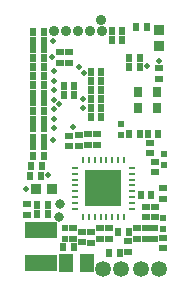
<source format=gbs>
G04 Layer_Color=16711935*
%FSLAX24Y24*%
%MOIN*%
G70*
G01*
G75*
%ADD37C,0.0530*%
%ADD49R,0.0098X0.0236*%
%ADD50R,0.0236X0.0098*%
%ADD55R,0.0256X0.0237*%
%ADD59R,0.0237X0.0256*%
%ADD69C,0.0320*%
%ADD70C,0.0350*%
%ADD71C,0.0020*%
%ADD72C,0.0190*%
G04:AMPARAMS|DCode=73|XSize=35.5mil|YSize=27.6mil|CornerRadius=7.4mil|HoleSize=0mil|Usage=FLASHONLY|Rotation=90.000|XOffset=0mil|YOffset=0mil|HoleType=Round|Shape=RoundedRectangle|*
%AMROUNDEDRECTD73*
21,1,0.0355,0.0128,0,0,90.0*
21,1,0.0207,0.0276,0,0,90.0*
1,1,0.0148,0.0064,0.0103*
1,1,0.0148,0.0064,-0.0103*
1,1,0.0148,-0.0064,-0.0103*
1,1,0.0148,-0.0064,0.0103*
%
%ADD73ROUNDEDRECTD73*%
%ADD74R,0.0276X0.0355*%
%ADD75R,0.0320X0.0320*%
%ADD76R,0.0320X0.0320*%
%ADD77R,0.1091X0.0528*%
%ADD78R,0.0465X0.0599*%
%ADD79R,0.0217X0.0217*%
%ADD80R,0.1240X0.1240*%
D37*
X5770Y760D02*
D03*
X5179D02*
D03*
X4510Y770D02*
D03*
X3919D02*
D03*
D49*
X4610Y4402D02*
D03*
X4413D02*
D03*
X4217D02*
D03*
X4020D02*
D03*
X3823D02*
D03*
X3626D02*
D03*
X3429D02*
D03*
X3232D02*
D03*
Y2512D02*
D03*
X3429D02*
D03*
X3626D02*
D03*
X3823D02*
D03*
X4020D02*
D03*
X4217D02*
D03*
X4413D02*
D03*
X4610D02*
D03*
D50*
X2976Y4146D02*
D03*
Y3949D02*
D03*
Y3752D02*
D03*
Y3555D02*
D03*
Y3358D02*
D03*
Y3161D02*
D03*
Y2965D02*
D03*
Y2768D02*
D03*
X4866D02*
D03*
Y2965D02*
D03*
Y3161D02*
D03*
Y3358D02*
D03*
Y3555D02*
D03*
Y3752D02*
D03*
Y3949D02*
D03*
Y4146D02*
D03*
D55*
X5768Y7098D02*
D03*
Y7453D02*
D03*
X1382Y2575D02*
D03*
Y2929D02*
D03*
X2759Y7652D02*
D03*
Y8006D02*
D03*
X2457Y7645D02*
D03*
Y7999D02*
D03*
X5470Y4623D02*
D03*
Y4977D02*
D03*
X5350Y2493D02*
D03*
Y2847D02*
D03*
X5645Y3993D02*
D03*
Y4347D02*
D03*
X3094Y5224D02*
D03*
Y4870D02*
D03*
X2783Y5217D02*
D03*
Y4862D02*
D03*
X3695Y5262D02*
D03*
Y4908D02*
D03*
X3400Y5257D02*
D03*
Y4903D02*
D03*
X5620Y1772D02*
D03*
Y2127D02*
D03*
X5330Y1773D02*
D03*
Y2127D02*
D03*
X5910Y1453D02*
D03*
Y1807D02*
D03*
X4743Y1340D02*
D03*
Y1695D02*
D03*
X5042Y1768D02*
D03*
Y2123D02*
D03*
X3508Y1650D02*
D03*
Y2004D02*
D03*
X3213Y1654D02*
D03*
Y2008D02*
D03*
X2921Y1780D02*
D03*
Y2134D02*
D03*
X3803Y1776D02*
D03*
Y2130D02*
D03*
X4091Y1772D02*
D03*
Y2126D02*
D03*
X5640Y2493D02*
D03*
Y2847D02*
D03*
X5915Y3462D02*
D03*
Y3108D02*
D03*
D59*
X1583Y6618D02*
D03*
X1937D02*
D03*
X1583Y6913D02*
D03*
X1937D02*
D03*
X1583Y5453D02*
D03*
X1937D02*
D03*
X1580Y8680D02*
D03*
X1934D02*
D03*
X1857Y4200D02*
D03*
X1503D02*
D03*
X1839Y3858D02*
D03*
X1484D02*
D03*
X2059Y2917D02*
D03*
X1705D02*
D03*
X2067Y2610D02*
D03*
X1713D02*
D03*
X2925Y1488D02*
D03*
X2571D02*
D03*
X1580Y4860D02*
D03*
X1934D02*
D03*
X3498Y6142D02*
D03*
X3852D02*
D03*
X3497Y6429D02*
D03*
X3852D02*
D03*
X3500Y6728D02*
D03*
X3854D02*
D03*
X3500Y7331D02*
D03*
X3854D02*
D03*
X2594Y6579D02*
D03*
X2949D02*
D03*
X2594Y6874D02*
D03*
X2949D02*
D03*
X3500Y7031D02*
D03*
X3854D02*
D03*
X1583Y4550D02*
D03*
X1937D02*
D03*
X1583Y5752D02*
D03*
X1937D02*
D03*
X1583Y6331D02*
D03*
X1937D02*
D03*
X1583Y6043D02*
D03*
X1937D02*
D03*
X1583Y7496D02*
D03*
X1937D02*
D03*
X1583Y7799D02*
D03*
X1937D02*
D03*
X1583Y8087D02*
D03*
X1937D02*
D03*
X1583Y8382D02*
D03*
X1937D02*
D03*
X1583Y7201D02*
D03*
X1937D02*
D03*
X1580Y5150D02*
D03*
X1934D02*
D03*
X4197Y8406D02*
D03*
X4551D02*
D03*
X4200Y8694D02*
D03*
X4554D02*
D03*
X3496Y5825D02*
D03*
X3851D02*
D03*
X4772Y7815D02*
D03*
X5126D02*
D03*
X4776Y7516D02*
D03*
X5130D02*
D03*
X5394Y5276D02*
D03*
X5749D02*
D03*
X4773Y5275D02*
D03*
X5127D02*
D03*
X4403Y1994D02*
D03*
X4757D02*
D03*
X4112Y1313D02*
D03*
X4466D02*
D03*
X5357Y8830D02*
D03*
X5003D02*
D03*
X5158Y3225D02*
D03*
X5512D02*
D03*
D69*
X2453Y2514D02*
D03*
X2462Y2928D02*
D03*
D70*
X2283Y8701D02*
D03*
X3858D02*
D03*
X2677D02*
D03*
X3071D02*
D03*
X3465D02*
D03*
X3832Y9083D02*
D03*
D71*
X630Y5173D02*
D03*
X3583Y9504D02*
D03*
X6535Y5173D02*
D03*
D72*
X2230Y5080D02*
D03*
X2217Y7831D02*
D03*
X2240Y8380D02*
D03*
X3249Y6145D02*
D03*
X1326Y3449D02*
D03*
X5769Y7707D02*
D03*
X2274Y5775D02*
D03*
X2272Y5465D02*
D03*
X2274Y6090D02*
D03*
X2085Y3900D02*
D03*
X2274Y7043D02*
D03*
X2920Y5490D02*
D03*
X3244Y6445D02*
D03*
X2272Y7354D02*
D03*
X2274Y6724D02*
D03*
X2274Y6405D02*
D03*
X3255Y7310D02*
D03*
X3105Y7515D02*
D03*
X2435Y6254D02*
D03*
X5378Y7532D02*
D03*
D73*
X5071Y6681D02*
D03*
D74*
X5720D02*
D03*
X5071Y6150D02*
D03*
X5720D02*
D03*
D75*
X5770Y8745D02*
D03*
Y8195D02*
D03*
D76*
X1655Y3450D02*
D03*
X2205D02*
D03*
D77*
X1846Y955D02*
D03*
Y2061D02*
D03*
D78*
X2671Y965D02*
D03*
X3368D02*
D03*
D79*
X4505Y5597D02*
D03*
Y5243D02*
D03*
X5930Y4587D02*
D03*
Y4233D02*
D03*
X5910Y2457D02*
D03*
Y2103D02*
D03*
X2642Y2134D02*
D03*
Y1780D02*
D03*
D80*
X3921Y3457D02*
D03*
M02*

</source>
